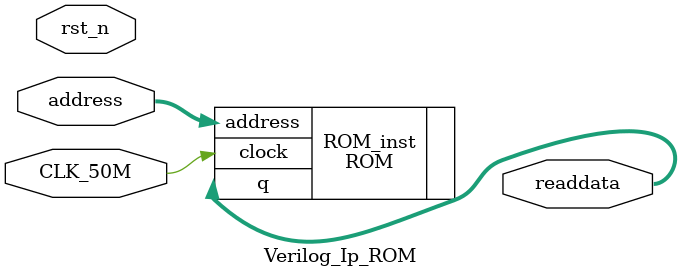
<source format=v>
module Verilog_Ip_ROM
(
	input CLK_50M,
	input rst_n,
	input[13:0] address,
	output[7:0] readdata
);
	
	ROM	ROM_inst
	(
		.address	(address),
		.clock	(CLK_50M),
		.q			(readdata)
	);
	
endmodule

</source>
